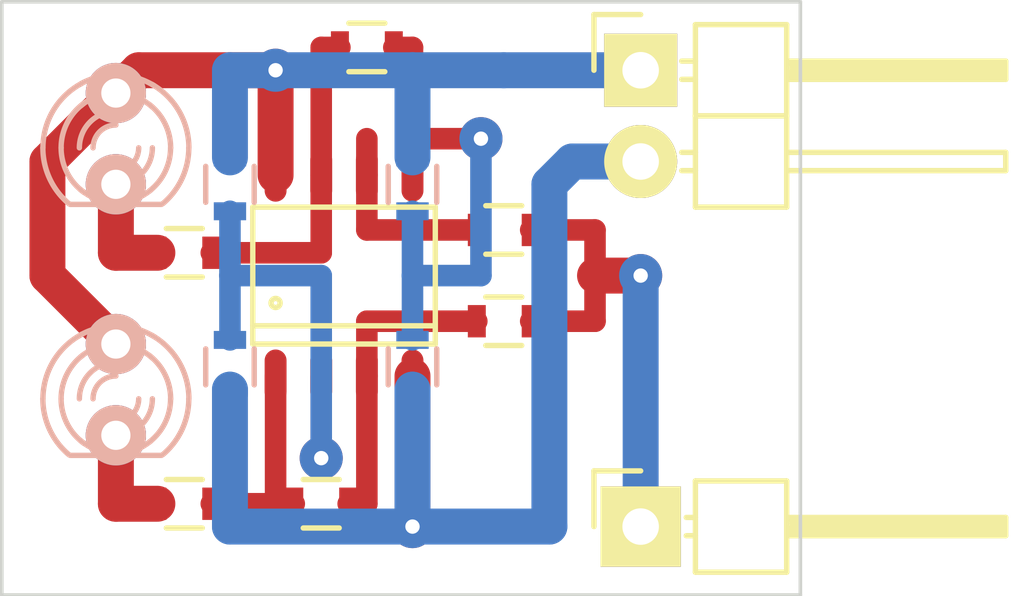
<source format=kicad_pcb>
(kicad_pcb (version 4) (host pcbnew "(after 2015-mar-04 BZR unknown)-product")

  (general
    (links 24)
    (no_connects 0)
    (area 23.355238 14.115 61.675001 35.9)
    (thickness 1.6)
    (drawings 4)
    (tracks 64)
    (zones 0)
    (modules 15)
    (nets 12)
  )

  (page A4)
  (title_block
    (title "Индикатор трита компактный")
    (date "Вс. 26 апр. 2015")
    (company https://myweek-end.ru/)
    (comment 2 "Кляузер Алексей Викторович")
  )

  (layers
    (0 F.Cu signal)
    (31 B.Cu signal)
    (32 B.Adhes user hide)
    (33 F.Adhes user hide)
    (34 B.Paste user hide)
    (35 F.Paste user hide)
    (36 B.SilkS user hide)
    (37 F.SilkS user)
    (38 B.Mask user hide)
    (39 F.Mask user hide)
    (40 Dwgs.User user)
    (41 Cmts.User user hide)
    (42 Eco1.User user hide)
    (43 Eco2.User user hide)
    (44 Edge.Cuts user)
    (45 Margin user hide)
    (46 B.CrtYd user hide)
    (47 F.CrtYd user hide)
    (48 B.Fab user hide)
    (49 F.Fab user hide)
  )

  (setup
    (last_trace_width 0.6)
    (trace_clearance 0.2)
    (zone_clearance 0.508)
    (zone_45_only no)
    (trace_min 0.2)
    (segment_width 0.2)
    (edge_width 0.1)
    (via_size 1.2)
    (via_drill 0.4)
    (via_min_size 0.4)
    (via_min_drill 0.3)
    (uvia_size 0.3)
    (uvia_drill 0.1)
    (uvias_allowed no)
    (uvia_min_size 0.2)
    (uvia_min_drill 0.1)
    (pcb_text_width 0.3)
    (pcb_text_size 1.5 1.5)
    (mod_edge_width 0.15)
    (mod_text_size 1 1)
    (mod_text_width 0.15)
    (pad_size 1.5 1.5)
    (pad_drill 0.6)
    (pad_to_mask_clearance 0)
    (aux_axis_origin 0 0)
    (visible_elements 7FFFFFFF)
    (pcbplotparams
      (layerselection 0x00030_80000001)
      (usegerberextensions false)
      (excludeedgelayer true)
      (linewidth 0.100000)
      (plotframeref false)
      (viasonmask false)
      (mode 1)
      (useauxorigin false)
      (hpglpennumber 1)
      (hpglpenspeed 20)
      (hpglpendiameter 15)
      (hpglpenoverlay 2)
      (psnegative false)
      (psa4output false)
      (plotreference true)
      (plotvalue true)
      (plotinvisibletext false)
      (padsonsilk false)
      (subtractmaskfromsilk false)
      (outputformat 1)
      (mirror false)
      (drillshape 0)
      (scaleselection 1)
      (outputdirectory ""))
  )

  (net 0 "")
  (net 1 "Net-(D1-Pad1)")
  (net 2 "Net-(D1-Pad2)")
  (net 3 "Net-(D2-Pad2)")
  (net 4 "Net-(P1-Pad2)")
  (net 5 "Net-(R1-Pad2)")
  (net 6 "Net-(P2-Pad1)")
  (net 7 "Net-(R3-Pad2)")
  (net 8 "Net-(R5-Pad1)")
  (net 9 "Net-(R6-Pad1)")
  (net 10 "Net-(R7-Pad1)")
  (net 11 "Net-(R10-Pad2)")

  (net_class Default "Это класс цепей по умолчанию."
    (clearance 0.2)
    (trace_width 0.6)
    (via_dia 1.2)
    (via_drill 0.4)
    (uvia_dia 0.3)
    (uvia_drill 0.1)
    (add_net "Net-(R1-Pad2)")
    (add_net "Net-(R10-Pad2)")
    (add_net "Net-(R3-Pad2)")
    (add_net "Net-(R5-Pad1)")
    (add_net "Net-(R6-Pad1)")
    (add_net "Net-(R7-Pad1)")
  )

  (net_class Power ""
    (clearance 0.2)
    (trace_width 1)
    (via_dia 1.2)
    (via_drill 0.4)
    (uvia_dia 0.3)
    (uvia_drill 0.1)
    (add_net "Net-(D1-Pad1)")
    (add_net "Net-(D1-Pad2)")
    (add_net "Net-(D2-Pad2)")
    (add_net "Net-(P1-Pad2)")
    (add_net "Net-(P2-Pad1)")
  )

  (module LEDs:LED-3MM (layer B.Cu) (tedit 553E2933) (tstamp 5521717B)
    (at 36.195 29.21 270)
    (descr "LED 3mm - Lead pitch 100mil (2,54mm)")
    (tags "LED led 3mm 3MM 100mil 2,54mm")
    (path /55216C48)
    (fp_text reference D1 (at -1.905 -8.89 540) (layer B.SilkS) hide
      (effects (font (size 1 1) (thickness 0.15)) (justify mirror))
    )
    (fp_text value - (at -1.27 1.905 540) (layer B.Fab)
      (effects (font (size 1 1) (thickness 0.15)) (justify mirror))
    )
    (fp_line (start 1.8288 -1.27) (end 1.8288 1.27) (layer B.SilkS) (width 0.15))
    (fp_arc (start 0.254 0) (end -1.27 0) (angle -39.8) (layer B.SilkS) (width 0.15))
    (fp_arc (start 0.254 0) (end -0.88392 -1.01092) (angle -41.6) (layer B.SilkS) (width 0.15))
    (fp_arc (start 0.254 0) (end 1.4097 0.9906) (angle -40.6) (layer B.SilkS) (width 0.15))
    (fp_arc (start 0.254 0) (end 1.778 0) (angle -39.8) (layer B.SilkS) (width 0.15))
    (fp_arc (start 0.254 0) (end 0.254 1.524) (angle -54.4) (layer B.SilkS) (width 0.15))
    (fp_arc (start 0.254 0) (end -0.9652 0.9144) (angle -53.1) (layer B.SilkS) (width 0.15))
    (fp_arc (start 0.254 0) (end 1.45542 -0.93472) (angle -52.1) (layer B.SilkS) (width 0.15))
    (fp_arc (start 0.254 0) (end 0.254 -1.524) (angle -52.1) (layer B.SilkS) (width 0.15))
    (fp_arc (start 0.254 0) (end -0.381 0) (angle -90) (layer B.SilkS) (width 0.15))
    (fp_arc (start 0.254 0) (end -0.762 0) (angle -90) (layer B.SilkS) (width 0.15))
    (fp_arc (start 0.254 0) (end 0.889 0) (angle -90) (layer B.SilkS) (width 0.15))
    (fp_arc (start 0.254 0) (end 1.27 0) (angle -90) (layer B.SilkS) (width 0.15))
    (fp_arc (start 0.254 0) (end 0.254 2.032) (angle -50.1) (layer B.SilkS) (width 0.15))
    (fp_arc (start 0.254 0) (end -1.5367 0.95504) (angle -61.9) (layer B.SilkS) (width 0.15))
    (fp_arc (start 0.254 0) (end 1.8034 -1.31064) (angle -49.7) (layer B.SilkS) (width 0.15))
    (fp_arc (start 0.254 0) (end 0.254 -2.032) (angle -60.2) (layer B.SilkS) (width 0.15))
    (fp_arc (start 0.254 0) (end -1.778 0) (angle -28.3) (layer B.SilkS) (width 0.15))
    (fp_arc (start 0.254 0) (end -1.47574 -1.06426) (angle -31.6) (layer B.SilkS) (width 0.15))
    (pad 1 thru_hole circle (at -1.27 0 270) (size 1.6764 1.6764) (drill 0.8128) (layers *.Cu *.Mask B.SilkS)
      (net 1 "Net-(D1-Pad1)"))
    (pad 2 thru_hole circle (at 1.27 0 270) (size 1.6764 1.6764) (drill 0.8128) (layers *.Cu *.Mask B.SilkS)
      (net 2 "Net-(D1-Pad2)"))
    (model LEDs.3dshapes/LED-3MM.wrl
      (at (xyz 0 0 0))
      (scale (xyz 1 1 1))
      (rotate (xyz 0 0 0))
    )
  )

  (module LEDs:LED-3MM (layer B.Cu) (tedit 553E292C) (tstamp 55217181)
    (at 36.195 22.225 270)
    (descr "LED 3mm - Lead pitch 100mil (2,54mm)")
    (tags "LED led 3mm 3MM 100mil 2,54mm")
    (path /55216CBE)
    (fp_text reference D2 (at 1.27 -8.89 540) (layer B.SilkS) hide
      (effects (font (size 1 1) (thickness 0.15)) (justify mirror))
    )
    (fp_text value + (at -1.905 1.905 540) (layer B.Fab)
      (effects (font (size 1 1) (thickness 0.15)) (justify mirror))
    )
    (fp_line (start 1.8288 -1.27) (end 1.8288 1.27) (layer B.SilkS) (width 0.15))
    (fp_arc (start 0.254 0) (end -1.27 0) (angle -39.8) (layer B.SilkS) (width 0.15))
    (fp_arc (start 0.254 0) (end -0.88392 -1.01092) (angle -41.6) (layer B.SilkS) (width 0.15))
    (fp_arc (start 0.254 0) (end 1.4097 0.9906) (angle -40.6) (layer B.SilkS) (width 0.15))
    (fp_arc (start 0.254 0) (end 1.778 0) (angle -39.8) (layer B.SilkS) (width 0.15))
    (fp_arc (start 0.254 0) (end 0.254 1.524) (angle -54.4) (layer B.SilkS) (width 0.15))
    (fp_arc (start 0.254 0) (end -0.9652 0.9144) (angle -53.1) (layer B.SilkS) (width 0.15))
    (fp_arc (start 0.254 0) (end 1.45542 -0.93472) (angle -52.1) (layer B.SilkS) (width 0.15))
    (fp_arc (start 0.254 0) (end 0.254 -1.524) (angle -52.1) (layer B.SilkS) (width 0.15))
    (fp_arc (start 0.254 0) (end -0.381 0) (angle -90) (layer B.SilkS) (width 0.15))
    (fp_arc (start 0.254 0) (end -0.762 0) (angle -90) (layer B.SilkS) (width 0.15))
    (fp_arc (start 0.254 0) (end 0.889 0) (angle -90) (layer B.SilkS) (width 0.15))
    (fp_arc (start 0.254 0) (end 1.27 0) (angle -90) (layer B.SilkS) (width 0.15))
    (fp_arc (start 0.254 0) (end 0.254 2.032) (angle -50.1) (layer B.SilkS) (width 0.15))
    (fp_arc (start 0.254 0) (end -1.5367 0.95504) (angle -61.9) (layer B.SilkS) (width 0.15))
    (fp_arc (start 0.254 0) (end 1.8034 -1.31064) (angle -49.7) (layer B.SilkS) (width 0.15))
    (fp_arc (start 0.254 0) (end 0.254 -2.032) (angle -60.2) (layer B.SilkS) (width 0.15))
    (fp_arc (start 0.254 0) (end -1.778 0) (angle -28.3) (layer B.SilkS) (width 0.15))
    (fp_arc (start 0.254 0) (end -1.47574 -1.06426) (angle -31.6) (layer B.SilkS) (width 0.15))
    (pad 1 thru_hole circle (at -1.27 0 270) (size 1.6764 1.6764) (drill 0.8128) (layers *.Cu *.Mask B.SilkS)
      (net 1 "Net-(D1-Pad1)"))
    (pad 2 thru_hole circle (at 1.27 0 270) (size 1.6764 1.6764) (drill 0.8128) (layers *.Cu *.Mask B.SilkS)
      (net 3 "Net-(D2-Pad2)"))
    (model LEDs.3dshapes/LED-3MM.wrl
      (at (xyz 0 0 0))
      (scale (xyz 1 1 1))
      (rotate (xyz 0 0 0))
    )
  )

  (module Pin_Headers:Pin_Header_Angled_1x01 (layer F.Cu) (tedit 553E4272) (tstamp 553CA8A1)
    (at 50.8 33.02)
    (descr "Through hole pin header")
    (tags "pin header")
    (path /553CA3EA)
    (fp_text reference P2 (at 6.35 -5.715) (layer F.SilkS) hide
      (effects (font (size 1 1) (thickness 0.15)))
    )
    (fp_text value In (at 2.794 0 90) (layer F.Fab)
      (effects (font (size 1 1) (thickness 0.15)))
    )
    (fp_line (start -1.6 -1.75) (end -1.6 1.75) (layer F.CrtYd) (width 0.05))
    (fp_line (start 10.65 -1.75) (end 10.65 1.75) (layer F.CrtYd) (width 0.05))
    (fp_line (start -1.6 -1.75) (end 10.65 -1.75) (layer F.CrtYd) (width 0.05))
    (fp_line (start -1.6 1.75) (end 10.65 1.75) (layer F.CrtYd) (width 0.05))
    (fp_line (start -1.3 -1.55) (end -1.3 0) (layer F.SilkS) (width 0.15))
    (fp_line (start 0 -1.55) (end -1.3 -1.55) (layer F.SilkS) (width 0.15))
    (fp_line (start 4.191 -0.127) (end 10.033 -0.127) (layer F.SilkS) (width 0.15))
    (fp_line (start 10.033 -0.127) (end 10.033 0.127) (layer F.SilkS) (width 0.15))
    (fp_line (start 10.033 0.127) (end 4.191 0.127) (layer F.SilkS) (width 0.15))
    (fp_line (start 4.191 0.127) (end 4.191 0) (layer F.SilkS) (width 0.15))
    (fp_line (start 4.191 0) (end 10.033 0) (layer F.SilkS) (width 0.15))
    (fp_line (start 1.524 0.254) (end 1.27 0.254) (layer F.SilkS) (width 0.15))
    (fp_line (start 1.524 -0.254) (end 1.27 -0.254) (layer F.SilkS) (width 0.15))
    (fp_line (start 1.524 -1.27) (end 4.064 -1.27) (layer F.SilkS) (width 0.15))
    (fp_line (start 1.524 -1.27) (end 1.524 1.27) (layer F.SilkS) (width 0.15))
    (fp_line (start 1.524 1.27) (end 4.064 1.27) (layer F.SilkS) (width 0.15))
    (fp_line (start 4.064 -0.254) (end 10.16 -0.254) (layer F.SilkS) (width 0.15))
    (fp_line (start 10.16 -0.254) (end 10.16 0.254) (layer F.SilkS) (width 0.15))
    (fp_line (start 10.16 0.254) (end 4.064 0.254) (layer F.SilkS) (width 0.15))
    (fp_line (start 4.064 1.27) (end 4.064 -1.27) (layer F.SilkS) (width 0.15))
    (pad 1 thru_hole rect (at 0 0) (size 2.2352 2.2352) (drill 1.016) (layers *.Cu *.Mask F.SilkS)
      (net 6 "Net-(P2-Pad1)"))
    (model Pin_Headers.3dshapes/Pin_Header_Angled_1x01.wrl
      (at (xyz 0 0 0))
      (scale (xyz 1 1 1))
      (rotate (xyz 0 0 90))
    )
  )

  (module Power_Integrations:SO-8 (layer F.Cu) (tedit 553E4277) (tstamp 553CA909)
    (at 42.545 26.035)
    (descr "SO-8 Surface Mount Small Outline 150mil 8pin Package")
    (tags "Power Integrations D Package")
    (path /55216A7A)
    (fp_text reference U1 (at 15.24 1.905) (layer F.SilkS) hide
      (effects (font (size 1 1) (thickness 0.15)))
    )
    (fp_text value LM393 (at 15.875 0.635) (layer F.Fab) hide
      (effects (font (size 1 1) (thickness 0.15)))
    )
    (fp_circle (center -1.905 0.762) (end -1.778 0.762) (layer F.SilkS) (width 0.15))
    (fp_line (start -2.54 1.397) (end 2.54 1.397) (layer F.SilkS) (width 0.15))
    (fp_line (start -2.54 -1.905) (end 2.54 -1.905) (layer F.SilkS) (width 0.15))
    (fp_line (start -2.54 1.905) (end 2.54 1.905) (layer F.SilkS) (width 0.15))
    (fp_line (start -2.54 1.905) (end -2.54 -1.905) (layer F.SilkS) (width 0.15))
    (fp_line (start 2.54 1.905) (end 2.54 -1.905) (layer F.SilkS) (width 0.15))
    (pad 1 smd oval (at -1.905 2.794) (size 0.6096 1.4732) (layers F.Cu F.Paste F.Mask)
      (net 10 "Net-(R7-Pad1)"))
    (pad 2 smd oval (at -0.635 2.794) (size 0.6096 1.4732) (layers F.Cu F.Paste F.Mask)
      (net 5 "Net-(R1-Pad2)"))
    (pad 3 smd oval (at 0.635 2.794) (size 0.6096 1.4732) (layers F.Cu F.Paste F.Mask)
      (net 8 "Net-(R5-Pad1)"))
    (pad 4 smd oval (at 1.905 2.794) (size 0.6096 1.4732) (layers F.Cu F.Paste F.Mask)
      (net 4 "Net-(P1-Pad2)"))
    (pad 5 smd oval (at 1.905 -2.794) (size 0.6096 1.4732) (layers F.Cu F.Paste F.Mask)
      (net 7 "Net-(R3-Pad2)"))
    (pad 6 smd oval (at 0.635 -2.794) (size 0.6096 1.4732) (layers F.Cu F.Paste F.Mask)
      (net 9 "Net-(R6-Pad1)"))
    (pad 7 smd oval (at -0.635 -2.794) (size 0.6096 1.4732) (layers F.Cu F.Paste F.Mask)
      (net 11 "Net-(R10-Pad2)"))
    (pad 8 smd oval (at -1.905 -2.794) (size 0.6096 1.4732) (layers F.Cu F.Paste F.Mask)
      (net 1 "Net-(D1-Pad1)"))
  )

  (module Pin_Headers:Pin_Header_Angled_1x02 (layer F.Cu) (tedit 553E4232) (tstamp 553CA968)
    (at 50.8 20.32)
    (descr "Through hole pin header")
    (tags "pin header")
    (path /553CA317)
    (fp_text reference P1 (at 5.715 4.445) (layer F.SilkS) hide
      (effects (font (size 1 1) (thickness 0.15)))
    )
    (fp_text value Power (at 2.794 1.27 90) (layer F.Fab)
      (effects (font (size 1 1) (thickness 0.15)))
    )
    (fp_line (start -1.5 -1.75) (end -1.5 4.3) (layer F.CrtYd) (width 0.05))
    (fp_line (start 10.65 -1.75) (end 10.65 4.3) (layer F.CrtYd) (width 0.05))
    (fp_line (start -1.5 -1.75) (end 10.65 -1.75) (layer F.CrtYd) (width 0.05))
    (fp_line (start -1.5 4.3) (end 10.65 4.3) (layer F.CrtYd) (width 0.05))
    (fp_line (start -1.3 -1.55) (end -1.3 0) (layer F.SilkS) (width 0.15))
    (fp_line (start 0 -1.55) (end -1.3 -1.55) (layer F.SilkS) (width 0.15))
    (fp_line (start 4.191 -0.127) (end 10.033 -0.127) (layer F.SilkS) (width 0.15))
    (fp_line (start 10.033 -0.127) (end 10.033 0.127) (layer F.SilkS) (width 0.15))
    (fp_line (start 10.033 0.127) (end 4.191 0.127) (layer F.SilkS) (width 0.15))
    (fp_line (start 4.191 0.127) (end 4.191 0) (layer F.SilkS) (width 0.15))
    (fp_line (start 4.191 0) (end 10.033 0) (layer F.SilkS) (width 0.15))
    (fp_line (start 1.524 -0.254) (end 1.143 -0.254) (layer F.SilkS) (width 0.15))
    (fp_line (start 1.524 0.254) (end 1.143 0.254) (layer F.SilkS) (width 0.15))
    (fp_line (start 1.524 2.286) (end 1.143 2.286) (layer F.SilkS) (width 0.15))
    (fp_line (start 1.524 2.794) (end 1.143 2.794) (layer F.SilkS) (width 0.15))
    (fp_line (start 1.524 -1.27) (end 4.064 -1.27) (layer F.SilkS) (width 0.15))
    (fp_line (start 1.524 1.27) (end 4.064 1.27) (layer F.SilkS) (width 0.15))
    (fp_line (start 1.524 1.27) (end 1.524 3.81) (layer F.SilkS) (width 0.15))
    (fp_line (start 1.524 3.81) (end 4.064 3.81) (layer F.SilkS) (width 0.15))
    (fp_line (start 4.064 2.286) (end 10.16 2.286) (layer F.SilkS) (width 0.15))
    (fp_line (start 10.16 2.286) (end 10.16 2.794) (layer F.SilkS) (width 0.15))
    (fp_line (start 10.16 2.794) (end 4.064 2.794) (layer F.SilkS) (width 0.15))
    (fp_line (start 4.064 3.81) (end 4.064 1.27) (layer F.SilkS) (width 0.15))
    (fp_line (start 4.064 1.27) (end 4.064 -1.27) (layer F.SilkS) (width 0.15))
    (fp_line (start 10.16 0.254) (end 4.064 0.254) (layer F.SilkS) (width 0.15))
    (fp_line (start 10.16 -0.254) (end 10.16 0.254) (layer F.SilkS) (width 0.15))
    (fp_line (start 4.064 -0.254) (end 10.16 -0.254) (layer F.SilkS) (width 0.15))
    (fp_line (start 1.524 1.27) (end 4.064 1.27) (layer F.SilkS) (width 0.15))
    (fp_line (start 1.524 -1.27) (end 1.524 1.27) (layer F.SilkS) (width 0.15))
    (pad 1 thru_hole rect (at 0 0) (size 2.032 2.032) (drill 1.016) (layers *.Cu *.Mask F.SilkS)
      (net 1 "Net-(D1-Pad1)"))
    (pad 2 thru_hole oval (at 0 2.54) (size 2.032 2.032) (drill 1.016) (layers *.Cu *.Mask F.SilkS)
      (net 4 "Net-(P1-Pad2)"))
    (model Pin_Headers.3dshapes/Pin_Header_Angled_1x02.wrl
      (at (xyz 0 -0.05 0))
      (scale (xyz 1 1 1))
      (rotate (xyz 0 0 90))
    )
  )

  (module Resistors_SMD:R_0603 (layer B.Cu) (tedit 553E429D) (tstamp 553CA9B3)
    (at 39.37 23.495 270)
    (descr "Resistor SMD 0603, reflow soldering, Vishay (see dcrcw.pdf)")
    (tags "resistor 0603")
    (path /553E28A2)
    (attr smd)
    (fp_text reference R1 (at 1.905 -17.145 360) (layer B.SilkS) hide
      (effects (font (size 1 1) (thickness 0.15)) (justify mirror))
    )
    (fp_text value ?Ω (at 3.175 -19.685 360) (layer B.Fab) hide
      (effects (font (size 1 1) (thickness 0.15)) (justify mirror))
    )
    (fp_line (start -1.3 0.8) (end 1.3 0.8) (layer B.CrtYd) (width 0.05))
    (fp_line (start -1.3 -0.8) (end 1.3 -0.8) (layer B.CrtYd) (width 0.05))
    (fp_line (start -1.3 0.8) (end -1.3 -0.8) (layer B.CrtYd) (width 0.05))
    (fp_line (start 1.3 0.8) (end 1.3 -0.8) (layer B.CrtYd) (width 0.05))
    (fp_line (start 0.5 -0.675) (end -0.5 -0.675) (layer B.SilkS) (width 0.15))
    (fp_line (start -0.5 0.675) (end 0.5 0.675) (layer B.SilkS) (width 0.15))
    (pad 1 smd rect (at -0.75 0 270) (size 0.5 0.9) (layers B.Cu B.Paste B.Mask)
      (net 1 "Net-(D1-Pad1)"))
    (pad 2 smd rect (at 0.75 0 270) (size 0.5 0.9) (layers B.Cu B.Paste B.Mask)
      (net 5 "Net-(R1-Pad2)"))
    (model Resistors_SMD.3dshapes/R_0603.wrl
      (at (xyz 0 0 0))
      (scale (xyz 1 1 1))
      (rotate (xyz 0 0 0))
    )
  )

  (module Resistors_SMD:R_0603 (layer B.Cu) (tedit 553E4295) (tstamp 553CA9DE)
    (at 44.45 28.575 270)
    (descr "Resistor SMD 0603, reflow soldering, Vishay (see dcrcw.pdf)")
    (tags "resistor 0603")
    (path /55217404)
    (attr smd)
    (fp_text reference R4 (at -1.905 -12.7 360) (layer B.SilkS) hide
      (effects (font (size 1 1) (thickness 0.15)) (justify mirror))
    )
    (fp_text value ?Ω (at -3.175 -13.97 540) (layer B.Fab) hide
      (effects (font (size 1 1) (thickness 0.15)) (justify mirror))
    )
    (fp_line (start -1.3 0.8) (end 1.3 0.8) (layer B.CrtYd) (width 0.05))
    (fp_line (start -1.3 -0.8) (end 1.3 -0.8) (layer B.CrtYd) (width 0.05))
    (fp_line (start -1.3 0.8) (end -1.3 -0.8) (layer B.CrtYd) (width 0.05))
    (fp_line (start 1.3 0.8) (end 1.3 -0.8) (layer B.CrtYd) (width 0.05))
    (fp_line (start 0.5 -0.675) (end -0.5 -0.675) (layer B.SilkS) (width 0.15))
    (fp_line (start -0.5 0.675) (end 0.5 0.675) (layer B.SilkS) (width 0.15))
    (pad 1 smd rect (at -0.75 0 270) (size 0.5 0.9) (layers B.Cu B.Paste B.Mask)
      (net 7 "Net-(R3-Pad2)"))
    (pad 2 smd rect (at 0.75 0 270) (size 0.5 0.9) (layers B.Cu B.Paste B.Mask)
      (net 4 "Net-(P1-Pad2)"))
    (model Resistors_SMD.3dshapes/R_0603.wrl
      (at (xyz 0 0 0))
      (scale (xyz 1 1 1))
      (rotate (xyz 0 0 0))
    )
  )

  (module Resistors_SMD:R_0603 (layer B.Cu) (tedit 553E42A2) (tstamp 553CAA15)
    (at 39.37 28.575 270)
    (descr "Resistor SMD 0603, reflow soldering, Vishay (see dcrcw.pdf)")
    (tags "resistor 0603")
    (path /553E2A90)
    (attr smd)
    (fp_text reference R2 (at -1.27 -18.415 360) (layer B.SilkS) hide
      (effects (font (size 1 1) (thickness 0.15)) (justify mirror))
    )
    (fp_text value ?Ω (at -1.905 -20.32 540) (layer B.Fab) hide
      (effects (font (size 1 1) (thickness 0.15)) (justify mirror))
    )
    (fp_line (start -1.3 0.8) (end 1.3 0.8) (layer B.CrtYd) (width 0.05))
    (fp_line (start -1.3 -0.8) (end 1.3 -0.8) (layer B.CrtYd) (width 0.05))
    (fp_line (start -1.3 0.8) (end -1.3 -0.8) (layer B.CrtYd) (width 0.05))
    (fp_line (start 1.3 0.8) (end 1.3 -0.8) (layer B.CrtYd) (width 0.05))
    (fp_line (start 0.5 -0.675) (end -0.5 -0.675) (layer B.SilkS) (width 0.15))
    (fp_line (start -0.5 0.675) (end 0.5 0.675) (layer B.SilkS) (width 0.15))
    (pad 1 smd rect (at -0.75 0 270) (size 0.5 0.9) (layers B.Cu B.Paste B.Mask)
      (net 5 "Net-(R1-Pad2)"))
    (pad 2 smd rect (at 0.75 0 270) (size 0.5 0.9) (layers B.Cu B.Paste B.Mask)
      (net 4 "Net-(P1-Pad2)"))
    (model Resistors_SMD.3dshapes/R_0603.wrl
      (at (xyz 0 0 0))
      (scale (xyz 1 1 1))
      (rotate (xyz 0 0 0))
    )
  )

  (module Resistors_SMD:R_0603 (layer B.Cu) (tedit 553E4298) (tstamp 553CAA1B)
    (at 44.45 23.495 270)
    (descr "Resistor SMD 0603, reflow soldering, Vishay (see dcrcw.pdf)")
    (tags "resistor 0603")
    (path /552173D2)
    (attr smd)
    (fp_text reference R3 (at 4.445 -13.335 360) (layer B.SilkS) hide
      (effects (font (size 1 1) (thickness 0.15)) (justify mirror))
    )
    (fp_text value ?Ω (at 2.54 -13.97 540) (layer B.Fab) hide
      (effects (font (size 1 1) (thickness 0.15)) (justify mirror))
    )
    (fp_line (start -1.3 0.8) (end 1.3 0.8) (layer B.CrtYd) (width 0.05))
    (fp_line (start -1.3 -0.8) (end 1.3 -0.8) (layer B.CrtYd) (width 0.05))
    (fp_line (start -1.3 0.8) (end -1.3 -0.8) (layer B.CrtYd) (width 0.05))
    (fp_line (start 1.3 0.8) (end 1.3 -0.8) (layer B.CrtYd) (width 0.05))
    (fp_line (start 0.5 -0.675) (end -0.5 -0.675) (layer B.SilkS) (width 0.15))
    (fp_line (start -0.5 0.675) (end 0.5 0.675) (layer B.SilkS) (width 0.15))
    (pad 1 smd rect (at -0.75 0 270) (size 0.5 0.9) (layers B.Cu B.Paste B.Mask)
      (net 1 "Net-(D1-Pad1)"))
    (pad 2 smd rect (at 0.75 0 270) (size 0.5 0.9) (layers B.Cu B.Paste B.Mask)
      (net 7 "Net-(R3-Pad2)"))
    (model Resistors_SMD.3dshapes/R_0603.wrl
      (at (xyz 0 0 0))
      (scale (xyz 1 1 1))
      (rotate (xyz 0 0 0))
    )
  )

  (module Resistors_SMD:R_0603 (layer F.Cu) (tedit 553E4238) (tstamp 553CAA54)
    (at 46.99 27.305)
    (descr "Resistor SMD 0603, reflow soldering, Vishay (see dcrcw.pdf)")
    (tags "resistor 0603")
    (path /553E270C)
    (attr smd)
    (fp_text reference R5 (at 9.525 -2.54) (layer F.SilkS) hide
      (effects (font (size 1 1) (thickness 0.15)))
    )
    (fp_text value ?Ω (at 9.525 -2.54) (layer F.Fab) hide
      (effects (font (size 1 1) (thickness 0.15)))
    )
    (fp_line (start -1.3 -0.8) (end 1.3 -0.8) (layer F.CrtYd) (width 0.05))
    (fp_line (start -1.3 0.8) (end 1.3 0.8) (layer F.CrtYd) (width 0.05))
    (fp_line (start -1.3 -0.8) (end -1.3 0.8) (layer F.CrtYd) (width 0.05))
    (fp_line (start 1.3 -0.8) (end 1.3 0.8) (layer F.CrtYd) (width 0.05))
    (fp_line (start 0.5 0.675) (end -0.5 0.675) (layer F.SilkS) (width 0.15))
    (fp_line (start -0.5 -0.675) (end 0.5 -0.675) (layer F.SilkS) (width 0.15))
    (pad 1 smd rect (at -0.75 0) (size 0.5 0.9) (layers F.Cu F.Paste F.Mask)
      (net 8 "Net-(R5-Pad1)"))
    (pad 2 smd rect (at 0.75 0) (size 0.5 0.9) (layers F.Cu F.Paste F.Mask)
      (net 6 "Net-(P2-Pad1)"))
    (model Resistors_SMD.3dshapes/R_0603.wrl
      (at (xyz 0 0 0))
      (scale (xyz 1 1 1))
      (rotate (xyz 0 0 0))
    )
  )

  (module Resistors_SMD:R_0603 (layer F.Cu) (tedit 553E42AC) (tstamp 553E13F7)
    (at 46.99 24.765)
    (descr "Resistor SMD 0603, reflow soldering, Vishay (see dcrcw.pdf)")
    (tags "resistor 0603")
    (path /553E0E89)
    (attr smd)
    (fp_text reference R6 (at 9.525 0.635) (layer F.SilkS) hide
      (effects (font (size 1 1) (thickness 0.15)))
    )
    (fp_text value ?Ω (at 12.065 1.27) (layer F.Fab) hide
      (effects (font (size 1 1) (thickness 0.15)))
    )
    (fp_line (start -1.3 -0.8) (end 1.3 -0.8) (layer F.CrtYd) (width 0.05))
    (fp_line (start -1.3 0.8) (end 1.3 0.8) (layer F.CrtYd) (width 0.05))
    (fp_line (start -1.3 -0.8) (end -1.3 0.8) (layer F.CrtYd) (width 0.05))
    (fp_line (start 1.3 -0.8) (end 1.3 0.8) (layer F.CrtYd) (width 0.05))
    (fp_line (start 0.5 0.675) (end -0.5 0.675) (layer F.SilkS) (width 0.15))
    (fp_line (start -0.5 -0.675) (end 0.5 -0.675) (layer F.SilkS) (width 0.15))
    (pad 1 smd rect (at -0.75 0) (size 0.5 0.9) (layers F.Cu F.Paste F.Mask)
      (net 9 "Net-(R6-Pad1)"))
    (pad 2 smd rect (at 0.75 0) (size 0.5 0.9) (layers F.Cu F.Paste F.Mask)
      (net 6 "Net-(P2-Pad1)"))
    (model Resistors_SMD.3dshapes/R_0603.wrl
      (at (xyz 0 0 0))
      (scale (xyz 1 1 1))
      (rotate (xyz 0 0 0))
    )
  )

  (module Resistors_SMD:R_0603 (layer F.Cu) (tedit 553E42B1) (tstamp 553E13FD)
    (at 41.91 32.385)
    (descr "Resistor SMD 0603, reflow soldering, Vishay (see dcrcw.pdf)")
    (tags "resistor 0603")
    (path /553E1567)
    (attr smd)
    (fp_text reference R7 (at 15.875 -5.08) (layer F.SilkS) hide
      (effects (font (size 1 1) (thickness 0.15)))
    )
    (fp_text value ?Ω (at 16.51 -5.08) (layer F.Fab) hide
      (effects (font (size 1 1) (thickness 0.15)))
    )
    (fp_line (start -1.3 -0.8) (end 1.3 -0.8) (layer F.CrtYd) (width 0.05))
    (fp_line (start -1.3 0.8) (end 1.3 0.8) (layer F.CrtYd) (width 0.05))
    (fp_line (start -1.3 -0.8) (end -1.3 0.8) (layer F.CrtYd) (width 0.05))
    (fp_line (start 1.3 -0.8) (end 1.3 0.8) (layer F.CrtYd) (width 0.05))
    (fp_line (start 0.5 0.675) (end -0.5 0.675) (layer F.SilkS) (width 0.15))
    (fp_line (start -0.5 -0.675) (end 0.5 -0.675) (layer F.SilkS) (width 0.15))
    (pad 1 smd rect (at -0.75 0) (size 0.5 0.9) (layers F.Cu F.Paste F.Mask)
      (net 10 "Net-(R7-Pad1)"))
    (pad 2 smd rect (at 0.75 0) (size 0.5 0.9) (layers F.Cu F.Paste F.Mask)
      (net 8 "Net-(R5-Pad1)"))
    (model Resistors_SMD.3dshapes/R_0603.wrl
      (at (xyz 0 0 0))
      (scale (xyz 1 1 1))
      (rotate (xyz 0 0 0))
    )
  )

  (module Resistors_SMD:R_0603 (layer F.Cu) (tedit 553E42A7) (tstamp 553E1403)
    (at 43.18 19.685)
    (descr "Resistor SMD 0603, reflow soldering, Vishay (see dcrcw.pdf)")
    (tags "resistor 0603")
    (path /553E0CFA)
    (attr smd)
    (fp_text reference R8 (at 14.605 5.715) (layer F.SilkS) hide
      (effects (font (size 1 1) (thickness 0.15)))
    )
    (fp_text value ?Ω (at 15.24 7.62) (layer F.Fab) hide
      (effects (font (size 1 1) (thickness 0.15)))
    )
    (fp_line (start -1.3 -0.8) (end 1.3 -0.8) (layer F.CrtYd) (width 0.05))
    (fp_line (start -1.3 0.8) (end 1.3 0.8) (layer F.CrtYd) (width 0.05))
    (fp_line (start -1.3 -0.8) (end -1.3 0.8) (layer F.CrtYd) (width 0.05))
    (fp_line (start 1.3 -0.8) (end 1.3 0.8) (layer F.CrtYd) (width 0.05))
    (fp_line (start 0.5 0.675) (end -0.5 0.675) (layer F.SilkS) (width 0.15))
    (fp_line (start -0.5 -0.675) (end 0.5 -0.675) (layer F.SilkS) (width 0.15))
    (pad 1 smd rect (at -0.75 0) (size 0.5 0.9) (layers F.Cu F.Paste F.Mask)
      (net 11 "Net-(R10-Pad2)"))
    (pad 2 smd rect (at 0.75 0) (size 0.5 0.9) (layers F.Cu F.Paste F.Mask)
      (net 7 "Net-(R3-Pad2)"))
    (model Resistors_SMD.3dshapes/R_0603.wrl
      (at (xyz 0 0 0))
      (scale (xyz 1 1 1))
      (rotate (xyz 0 0 0))
    )
  )

  (module Resistors_SMD:R_0603 (layer F.Cu) (tedit 553E428F) (tstamp 553E1409)
    (at 38.1 32.385)
    (descr "Resistor SMD 0603, reflow soldering, Vishay (see dcrcw.pdf)")
    (tags "resistor 0603")
    (path /55216BBD)
    (attr smd)
    (fp_text reference R9 (at 20.32 -5.08) (layer F.SilkS) hide
      (effects (font (size 1 1) (thickness 0.15)))
    )
    (fp_text value 220Ω (at 19.685 -4.445) (layer F.Fab) hide
      (effects (font (size 1 1) (thickness 0.15)))
    )
    (fp_line (start -1.3 -0.8) (end 1.3 -0.8) (layer F.CrtYd) (width 0.05))
    (fp_line (start -1.3 0.8) (end 1.3 0.8) (layer F.CrtYd) (width 0.05))
    (fp_line (start -1.3 -0.8) (end -1.3 0.8) (layer F.CrtYd) (width 0.05))
    (fp_line (start 1.3 -0.8) (end 1.3 0.8) (layer F.CrtYd) (width 0.05))
    (fp_line (start 0.5 0.675) (end -0.5 0.675) (layer F.SilkS) (width 0.15))
    (fp_line (start -0.5 -0.675) (end 0.5 -0.675) (layer F.SilkS) (width 0.15))
    (pad 1 smd rect (at -0.75 0) (size 0.5 0.9) (layers F.Cu F.Paste F.Mask)
      (net 2 "Net-(D1-Pad2)"))
    (pad 2 smd rect (at 0.75 0) (size 0.5 0.9) (layers F.Cu F.Paste F.Mask)
      (net 10 "Net-(R7-Pad1)"))
    (model Resistors_SMD.3dshapes/R_0603.wrl
      (at (xyz 0 0 0))
      (scale (xyz 1 1 1))
      (rotate (xyz 0 0 0))
    )
  )

  (module Resistors_SMD:R_0603 (layer F.Cu) (tedit 553E425C) (tstamp 553E140F)
    (at 38.1 25.4)
    (descr "Resistor SMD 0603, reflow soldering, Vishay (see dcrcw.pdf)")
    (tags "resistor 0603")
    (path /55216C0B)
    (attr smd)
    (fp_text reference R10 (at 19.05 0.635) (layer F.SilkS) hide
      (effects (font (size 1 1) (thickness 0.15)))
    )
    (fp_text value 220Ω (at 19.685 1.905) (layer F.Fab) hide
      (effects (font (size 1 1) (thickness 0.15)))
    )
    (fp_line (start -1.3 -0.8) (end 1.3 -0.8) (layer F.CrtYd) (width 0.05))
    (fp_line (start -1.3 0.8) (end 1.3 0.8) (layer F.CrtYd) (width 0.05))
    (fp_line (start -1.3 -0.8) (end -1.3 0.8) (layer F.CrtYd) (width 0.05))
    (fp_line (start 1.3 -0.8) (end 1.3 0.8) (layer F.CrtYd) (width 0.05))
    (fp_line (start 0.5 0.675) (end -0.5 0.675) (layer F.SilkS) (width 0.15))
    (fp_line (start -0.5 -0.675) (end 0.5 -0.675) (layer F.SilkS) (width 0.15))
    (pad 1 smd rect (at -0.75 0) (size 0.5 0.9) (layers F.Cu F.Paste F.Mask)
      (net 3 "Net-(D2-Pad2)"))
    (pad 2 smd rect (at 0.75 0) (size 0.5 0.9) (layers F.Cu F.Paste F.Mask)
      (net 11 "Net-(R10-Pad2)"))
    (model Resistors_SMD.3dshapes/R_0603.wrl
      (at (xyz 0 0 0))
      (scale (xyz 1 1 1))
      (rotate (xyz 0 0 0))
    )
  )

  (gr_line (start 33.02 18.415) (end 55.245 18.415) (angle 90) (layer Edge.Cuts) (width 0.1))
  (gr_line (start 33.02 34.925) (end 33.02 18.415) (angle 90) (layer Edge.Cuts) (width 0.1))
  (gr_line (start 55.245 34.925) (end 33.02 34.925) (angle 90) (layer Edge.Cuts) (width 0.1))
  (gr_line (start 55.245 18.415) (end 55.245 34.925) (angle 90) (layer Edge.Cuts) (width 0.1))

  (segment (start 36.195 20.955) (end 34.29 22.86) (width 1) (layer F.Cu) (net 1))
  (segment (start 36.195 20.955) (end 36.83 20.32) (width 1) (layer F.Cu) (net 1))
  (segment (start 34.29 22.86) (end 34.29 26.035) (width 1) (layer F.Cu) (net 1) (tstamp 553E2341))
  (segment (start 34.29 26.035) (end 36.195 27.94) (width 1) (layer F.Cu) (net 1) (tstamp 553E2344))
  (segment (start 36.83 20.32) (end 40.64 20.32) (width 1) (layer F.Cu) (net 1) (tstamp 553E234A))
  (segment (start 40.64 23.241) (end 40.64 20.32) (width 1) (layer F.Cu) (net 1))
  (via (at 40.64 20.32) (size 1.2) (layers F.Cu B.Cu) (net 1))
  (segment (start 44.45 20.32) (end 40.64 20.32) (width 1) (layer B.Cu) (net 1) (tstamp 553E24DC))
  (segment (start 46.99 20.32) (end 44.45 20.32) (width 1) (layer B.Cu) (net 1) (tstamp 553E2462))
  (segment (start 50.8 20.32) (end 46.99 20.32) (width 1) (layer B.Cu) (net 1))
  (segment (start 44.45 22.745) (end 44.45 20.32) (width 1) (layer B.Cu) (net 1))
  (segment (start 39.37 20.32) (end 40.64 20.32) (width 1) (layer B.Cu) (net 1) (tstamp 553E2588))
  (segment (start 39.37 22.745) (end 39.37 20.32) (width 1) (layer B.Cu) (net 1))
  (segment (start 36.195 32.385) (end 37.35 32.385) (width 1) (layer F.Cu) (net 2) (tstamp 553E1841))
  (segment (start 36.195 30.48) (end 36.195 32.385) (width 1) (layer F.Cu) (net 2))
  (segment (start 36.195 25.4) (end 37.35 25.4) (width 1) (layer F.Cu) (net 3) (tstamp 553E183E))
  (segment (start 36.195 23.495) (end 36.195 25.4) (width 1) (layer F.Cu) (net 3))
  (segment (start 48.895 22.86) (end 48.26 23.495) (width 1) (layer B.Cu) (net 4) (tstamp 553E260B))
  (segment (start 48.26 23.495) (end 48.26 33.02) (width 1) (layer B.Cu) (net 4) (tstamp 553E260C))
  (segment (start 48.26 33.02) (end 44.45 33.02) (width 1) (layer B.Cu) (net 4) (tstamp 553E260E))
  (via (at 44.45 33.02) (size 1.2) (layers F.Cu B.Cu) (net 4))
  (segment (start 44.45 33.02) (end 44.45 28.829) (width 1) (layer F.Cu) (net 4) (tstamp 553E2618))
  (segment (start 50.8 22.86) (end 48.895 22.86) (width 1) (layer B.Cu) (net 4))
  (segment (start 44.45 29.21) (end 44.45 29.325) (width 1) (layer B.Cu) (net 4) (tstamp 553E2620))
  (segment (start 44.45 33.02) (end 44.45 29.21) (width 1) (layer B.Cu) (net 4))
  (segment (start 39.37 29.21) (end 39.37 29.325) (width 1) (layer B.Cu) (net 4) (tstamp 553E2626))
  (segment (start 39.37 33.02) (end 39.37 29.21) (width 1) (layer B.Cu) (net 4) (tstamp 553E2623))
  (segment (start 44.45 33.02) (end 39.37 33.02) (width 1) (layer B.Cu) (net 4))
  (segment (start 39.37 26.035) (end 39.37 27.825) (width 0.6) (layer B.Cu) (net 5) (tstamp 553E2636))
  (segment (start 39.37 24.245) (end 39.37 26.035) (width 0.6) (layer B.Cu) (net 5))
  (segment (start 41.91 26.035) (end 41.91 31.115) (width 0.6) (layer B.Cu) (net 5) (tstamp 553E2638))
  (via (at 41.91 31.115) (size 1.2) (layers F.Cu B.Cu) (net 5))
  (segment (start 41.91 31.115) (end 41.91 28.829) (width 0.6) (layer F.Cu) (net 5) (tstamp 553E263B))
  (segment (start 39.37 26.035) (end 41.91 26.035) (width 0.6) (layer B.Cu) (net 5))
  (segment (start 49.53 26.035) (end 49.53 27.305) (width 0.6) (layer F.Cu) (net 6) (tstamp 553E22B2))
  (segment (start 49.53 24.765) (end 49.53 26.035) (width 0.6) (layer F.Cu) (net 6) (tstamp 553E2280))
  (segment (start 49.53 27.305) (end 47.74 27.305) (width 0.6) (layer F.Cu) (net 6) (tstamp 553E2281))
  (segment (start 47.74 24.765) (end 49.53 24.765) (width 0.6) (layer F.Cu) (net 6))
  (via (at 50.8 26.035) (size 1.2) (layers F.Cu B.Cu) (net 6))
  (segment (start 50.8 26.035) (end 49.53 26.035) (width 1) (layer F.Cu) (net 6) (tstamp 553E239C))
  (segment (start 50.8 33.02) (end 50.8 26.035) (width 1) (layer B.Cu) (net 6))
  (segment (start 44.45 19.685) (end 43.93 19.685) (width 0.6) (layer F.Cu) (net 7) (tstamp 553E2222))
  (segment (start 44.45 22.225) (end 44.45 19.685) (width 0.6) (layer F.Cu) (net 7) (tstamp 553E24EA))
  (segment (start 44.45 23.241) (end 44.45 22.225) (width 0.6) (layer F.Cu) (net 7))
  (segment (start 44.45 26.035) (end 44.45 27.825) (width 0.6) (layer B.Cu) (net 7) (tstamp 553E24E2))
  (segment (start 44.45 24.245) (end 44.45 26.035) (width 0.6) (layer B.Cu) (net 7))
  (segment (start 46.355 26.035) (end 46.355 22.225) (width 0.6) (layer B.Cu) (net 7) (tstamp 553E2998))
  (via (at 46.355 22.225) (size 1.2) (layers F.Cu B.Cu) (net 7))
  (segment (start 46.355 22.225) (end 44.45 22.225) (width 0.6) (layer F.Cu) (net 7) (tstamp 553E299B))
  (segment (start 44.45 26.035) (end 46.355 26.035) (width 0.6) (layer B.Cu) (net 7))
  (segment (start 43.18 32.385) (end 43.18 28.829) (width 0.6) (layer F.Cu) (net 8) (tstamp 553E19DA))
  (segment (start 42.66 32.385) (end 43.18 32.385) (width 0.6) (layer F.Cu) (net 8))
  (segment (start 43.18 27.305) (end 43.18 28.829) (width 0.6) (layer F.Cu) (net 8) (tstamp 553E1B35))
  (segment (start 46.24 27.305) (end 43.18 27.305) (width 0.6) (layer F.Cu) (net 8))
  (segment (start 43.18 23.241) (end 43.18 22.225) (width 0.6) (layer F.Cu) (net 9))
  (segment (start 43.18 24.765) (end 43.18 23.241) (width 0.6) (layer F.Cu) (net 9) (tstamp 553E1C47))
  (segment (start 46.24 24.765) (end 43.18 24.765) (width 0.6) (layer F.Cu) (net 9))
  (segment (start 40.64 32.385) (end 40.64 28.829) (width 0.6) (layer F.Cu) (net 10) (tstamp 553E1848))
  (segment (start 38.85 32.385) (end 40.64 32.385) (width 0.6) (layer F.Cu) (net 10))
  (segment (start 40.64 32.385) (end 41.16 32.385) (width 0.6) (layer F.Cu) (net 10))
  (segment (start 41.91 25.4) (end 41.91 23.241) (width 0.6) (layer F.Cu) (net 11) (tstamp 553E18C7))
  (segment (start 38.85 25.4) (end 41.91 25.4) (width 0.6) (layer F.Cu) (net 11))
  (segment (start 41.91 19.685) (end 42.43 19.685) (width 0.6) (layer F.Cu) (net 11) (tstamp 553E2203))
  (segment (start 41.91 23.241) (end 41.91 19.685) (width 0.6) (layer F.Cu) (net 11))

)

</source>
